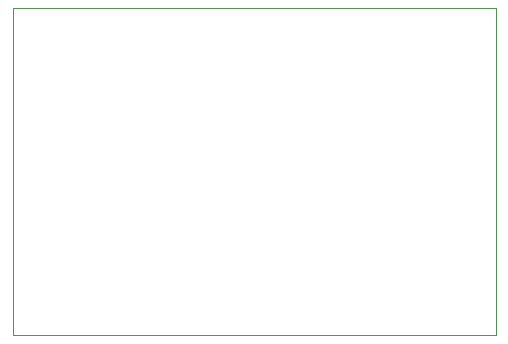
<source format=gbr>
G04 (created by PCBNEW (2013-07-07 BZR 4022)-stable) date 26/08/2014 20:14:04*
%MOIN*%
G04 Gerber Fmt 3.4, Leading zero omitted, Abs format*
%FSLAX34Y34*%
G01*
G70*
G90*
G04 APERTURE LIST*
%ADD10C,0.00590551*%
%ADD11C,0.00393701*%
G04 APERTURE END LIST*
G54D10*
G54D11*
X16950Y-24600D02*
X17150Y-24600D01*
X16950Y-13700D02*
X16950Y-24600D01*
X33050Y-13700D02*
X16950Y-13700D01*
X33050Y-24600D02*
X33050Y-13700D01*
X17150Y-24600D02*
X33050Y-24600D01*
M02*

</source>
